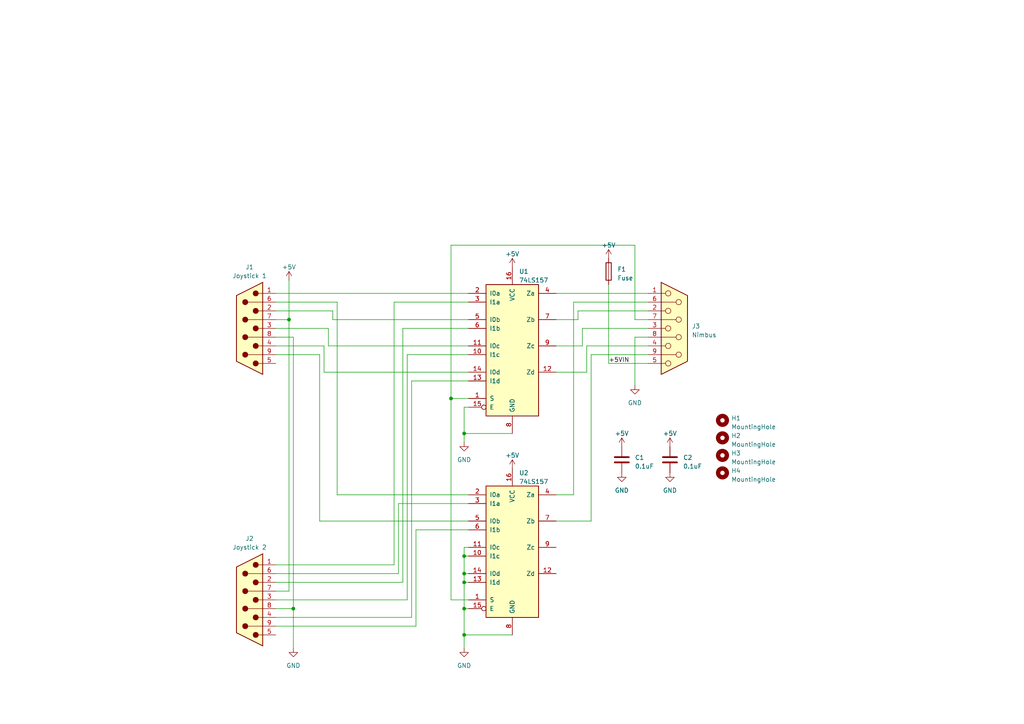
<source format=kicad_sch>
(kicad_sch (version 20230121) (generator eeschema)
  (paper "A4")
  (lib_symbols
    (symbol "74xx:74LS157" (pin_names (offset 1.016))
      (property "Reference" "U" (at -7.62 19.05 0))
      (property "Value" "74LS157" (at -7.62 -21.59 0))
      (symbol "74LS157_1_0"
        (pin input line (at -12.7 -15.24 0) (length 5.08) (name "S") (number "1"))
        (pin input line (at -12.7 -2.54 0) (length 5.08) (name "I1c") (number "10"))
        (pin input line (at -12.7 0 0) (length 5.08) (name "I0c") (number "11"))
        (pin output line (at 12.7 -7.62 180) (length 5.08) (name "Zd") (number "12"))
        (pin input line (at -12.7 -10.16 0) (length 5.08) (name "I1d") (number "13"))
        (pin input line (at -12.7 -7.62 0) (length 5.08) (name "I0d") (number "14"))
        (pin input inverted (at -12.7 -17.78 0) (length 5.08) (name "E") (number "15"))
        (pin power_in line (at 0 22.86 270) (length 5.08) (name "VCC") (number "16"))
        (pin input line (at -12.7 15.24 0) (length 5.08) (name "I0a") (number "2"))
        (pin input line (at -12.7 12.7 0) (length 5.08) (name "I1a") (number "3"))
        (pin output line (at 12.7 15.24 180) (length 5.08) (name "Za") (number "4"))
        (pin input line (at -12.7 7.62 0) (length 5.08) (name "I0b") (number "5"))
        (pin input line (at -12.7 5.08 0) (length 5.08) (name "I1b") (number "6"))
        (pin output line (at 12.7 7.62 180) (length 5.08) (name "Zb") (number "7"))
        (pin power_in line (at 0 -25.4 90) (length 5.08) (name "GND") (number "8"))
        (pin output line (at 12.7 0 180) (length 5.08) (name "Zc") (number "9"))
      )
      (symbol "74LS157_1_1"
        (rectangle (start -7.62 17.78) (end 7.62 -20.32) (stroke (width 0.254)) (fill (type background)))
      )
    )
    (symbol "Connector:DE9_Plug" (pin_names (offset 1.016) hide)
      (property "Reference" "J" (at 0 13.97 0))
      (property "Value" "DE9_Plug" (at 0 -14.605 0))
      (symbol "DE9_Plug_0_1"
        (circle (center -1.778 -10.16) (radius 0.762) (fill (type outline)))
        (circle (center -1.778 -5.08) (radius 0.762) (fill (type outline)))
        (circle (center -1.778 0) (radius 0.762) (fill (type outline)))
        (circle (center -1.778 5.08) (radius 0.762) (fill (type outline)))
        (circle (center -1.778 10.16) (radius 0.762) (fill (type outline)))
        (polyline (pts (xy -3.81 -10.16) (xy -2.54 -10.16)))
        (polyline (pts (xy -3.81 -7.62) (xy 0.508 -7.62)))
        (polyline (pts (xy -3.81 -5.08) (xy -2.54 -5.08)))
        (polyline (pts (xy -3.81 -2.54) (xy 0.508 -2.54)))
        (polyline (pts (xy -3.81 0) (xy -2.54 0)))
        (polyline (pts (xy -3.81 2.54) (xy 0.508 2.54)))
        (polyline (pts (xy -3.81 5.08) (xy -2.54 5.08)))
        (polyline (pts (xy -3.81 7.62) (xy 0.508 7.62)))
        (polyline (pts (xy -3.81 10.16) (xy -2.54 10.16)))
        (polyline (pts (xy -3.81 -13.335) (xy -3.81 13.335) (xy 3.81 9.525) (xy 3.81 -9.525) (xy -3.81 -13.335)) (stroke (width 0.254)) (fill (type background)))
        (circle (center 1.27 -7.62) (radius 0.762) (fill (type outline)))
        (circle (center 1.27 -2.54) (radius 0.762) (fill (type outline)))
        (circle (center 1.27 2.54) (radius 0.762) (fill (type outline)))
        (circle (center 1.27 7.62) (radius 0.762) (fill (type outline)))
      )
      (symbol "DE9_Plug_1_1"
        (pin passive line (at -7.62 -10.16 0) (length 3.81) (name "1") (number "1"))
        (pin passive line (at -7.62 -5.08 0) (length 3.81) (name "2") (number "2"))
        (pin passive line (at -7.62 0 0) (length 3.81) (name "3") (number "3"))
        (pin passive line (at -7.62 5.08 0) (length 3.81) (name "4") (number "4"))
        (pin passive line (at -7.62 10.16 0) (length 3.81) (name "5") (number "5"))
        (pin passive line (at -7.62 -7.62 0) (length 3.81) (name "6") (number "6"))
        (pin passive line (at -7.62 -2.54 0) (length 3.81) (name "7") (number "7"))
        (pin passive line (at -7.62 2.54 0) (length 3.81) (name "8") (number "8"))
        (pin passive line (at -7.62 7.62 0) (length 3.81) (name "9") (number "9"))
      )
    )
    (symbol "Connector:DE9_Receptacle" (pin_names (offset 1.016) hide)
      (property "Reference" "J" (at 0 13.97 0))
      (property "Value" "DE9_Receptacle" (at 0 -14.605 0))
      (symbol "DE9_Receptacle_0_1"
        (circle (center -1.778 -10.16) (radius 0.762))
        (circle (center -1.778 -5.08) (radius 0.762))
        (circle (center -1.778 0) (radius 0.762))
        (circle (center -1.778 5.08) (radius 0.762))
        (circle (center -1.778 10.16) (radius 0.762))
        (polyline (pts (xy -3.81 -10.16) (xy -2.54 -10.16)))
        (polyline (pts (xy -3.81 -7.62) (xy 0.508 -7.62)))
        (polyline (pts (xy -3.81 -5.08) (xy -2.54 -5.08)))
        (polyline (pts (xy -3.81 -2.54) (xy 0.508 -2.54)))
        (polyline (pts (xy -3.81 0) (xy -2.54 0)))
        (polyline (pts (xy -3.81 2.54) (xy 0.508 2.54)))
        (polyline (pts (xy -3.81 5.08) (xy -2.54 5.08)))
        (polyline (pts (xy -3.81 7.62) (xy 0.508 7.62)))
        (polyline (pts (xy -3.81 10.16) (xy -2.54 10.16)))
        (polyline (pts (xy -3.81 13.335) (xy -3.81 -13.335) (xy 3.81 -9.525) (xy 3.81 9.525) (xy -3.81 13.335)) (stroke (width 0.254)) (fill (type background)))
        (circle (center 1.27 -7.62) (radius 0.762))
        (circle (center 1.27 -2.54) (radius 0.762))
        (circle (center 1.27 2.54) (radius 0.762))
        (circle (center 1.27 7.62) (radius 0.762))
      )
      (symbol "DE9_Receptacle_1_1"
        (pin passive line (at -7.62 10.16 0) (length 3.81) (name "1") (number "1"))
        (pin passive line (at -7.62 5.08 0) (length 3.81) (name "2") (number "2"))
        (pin passive line (at -7.62 0 0) (length 3.81) (name "3") (number "3"))
        (pin passive line (at -7.62 -5.08 0) (length 3.81) (name "4") (number "4"))
        (pin passive line (at -7.62 -10.16 0) (length 3.81) (name "5") (number "5"))
        (pin passive line (at -7.62 7.62 0) (length 3.81) (name "6") (number "6"))
        (pin passive line (at -7.62 2.54 0) (length 3.81) (name "7") (number "7"))
        (pin passive line (at -7.62 -2.54 0) (length 3.81) (name "8") (number "8"))
        (pin passive line (at -7.62 -7.62 0) (length 3.81) (name "9") (number "9"))
      )
    )
    (symbol "Device:C" (pin_numbers hide) (pin_names (offset 0.254))
      (property "Reference" "C" (at 0.635 2.54 0))
      (property "Value" "C" (at 0.635 -2.54 0))
      (symbol "C_0_1"
        (polyline (pts (xy -2.032 -0.762) (xy 2.032 -0.762)) (stroke (width 0.508)))
        (polyline (pts (xy -2.032 0.762) (xy 2.032 0.762)) (stroke (width 0.508)))
      )
      (symbol "C_1_1"
        (pin passive line (at 0 3.81 270) (length 2.794) (name "~") (number "1"))
        (pin passive line (at 0 -3.81 90) (length 2.794) (name "~") (number "2"))
      )
    )
    (symbol "Device:Fuse" (pin_numbers hide) (pin_names (offset 0))
      (property "Reference" "F" (at 2.032 0 90))
      (property "Value" "Fuse" (at -1.905 0 90))
      (symbol "Fuse_0_1"
        (rectangle (start -0.762 -2.54) (end 0.762 2.54) (stroke (width 0.254)))
        (polyline (pts (xy 0 2.54) (xy 0 -2.54)))
      )
      (symbol "Fuse_1_1"
        (pin passive line (at 0 3.81 270) (length 1.27) (name "~") (number "1"))
        (pin passive line (at 0 -3.81 90) (length 1.27) (name "~") (number "2"))
      )
    )
    (symbol "Mechanical:MountingHole" (pin_names (offset 1.016))
      (property "Reference" "H" (at 0 5.08 0))
      (property "Value" "MountingHole" (at 0 3.175 0))
      (symbol "MountingHole_0_1"
        (circle (center 0 0) (radius 1.27) (stroke (width 1.27)))
      )
    )
    (symbol "power:+5V" (power) (pin_names (offset 0))
      (property "Value" "+5V" (at 0 3.556 0))
      (symbol "+5V_0_1"
        (polyline (pts (xy -0.762 1.27) (xy 0 2.54)))
        (polyline (pts (xy 0 0) (xy 0 2.54)))
        (polyline (pts (xy 0 2.54) (xy 0.762 1.27)))
      )
      (symbol "+5V_1_1"
        (pin power_in line (at 0 0 90) (length 0) hide (name "+5V") (number "1"))
      )
    )
    (symbol "power:GND" (power) (pin_names (offset 0))
      (property "Value" "GND" (at 0 -3.81 0))
      (symbol "GND_0_1"
        (polyline (pts (xy 0 0) (xy 0 -1.27) (xy 1.27 -1.27) (xy 0 -2.54) (xy -1.27 -1.27) (xy 0 -1.27)))
      )
      (symbol "GND_1_1"
        (pin power_in line (at 0 0 270) (length 0) hide (name "GND") (number "1"))
      )
    )
  )
  (junction (at 134.62 168.91))
  (junction (at 85.09 176.53))
  (junction (at 130.81 115.57))
  (junction (at 134.62 166.37))
  (junction (at 83.82 92.71))
  (junction (at 134.62 161.29))
  (junction (at 134.62 125.73))
  (junction (at 134.62 184.15))
  (junction (at 134.62 176.53))
  (wire (pts (xy 96.52 92.71) (xy 96.52 90.17)))
  (wire (pts (xy 80.01 90.17) (xy 96.52 90.17)))
  (wire (pts (xy 187.96 105.41) (xy 176.53 105.41)))
  (wire (pts (xy 134.62 161.29) (xy 135.89 161.29)))
  (wire (pts (xy 134.62 184.15) (xy 134.62 187.96)))
  (wire (pts (xy 161.29 107.95) (xy 170.18 107.95)))
  (wire (pts (xy 134.62 166.37) (xy 134.62 168.91)))
  (wire (pts (xy 80.01 95.25) (xy 95.25 95.25)))
  (wire (pts (xy 80.01 176.53) (xy 85.09 176.53)))
  (wire (pts (xy 134.62 118.11) (xy 135.89 118.11)))
  (wire (pts (xy 120.65 181.61) (xy 120.65 153.67)))
  (wire (pts (xy 171.45 151.13) (xy 161.29 151.13)))
  (wire (pts (xy 120.65 153.67) (xy 135.89 153.67)))
  (wire (pts (xy 135.89 92.71) (xy 96.52 92.71)))
  (wire (pts (xy 184.15 71.12) (xy 130.81 71.12)))
  (wire (pts (xy 85.09 176.53) (xy 85.09 187.96)))
  (wire (pts (xy 80.01 173.99) (xy 118.11 173.99)))
  (wire (pts (xy 176.53 82.55) (xy 176.53 105.41)))
  (wire (pts (xy 114.3 163.83) (xy 114.3 87.63)))
  (wire (pts (xy 135.89 158.75) (xy 134.62 158.75)))
  (wire (pts (xy 134.62 158.75) (xy 134.62 161.29)))
  (wire (pts (xy 80.01 87.63) (xy 97.79 87.63)))
  (wire (pts (xy 134.62 125.73) (xy 134.62 118.11)))
  (wire (pts (xy 171.45 102.87) (xy 171.45 151.13)))
  (wire (pts (xy 119.38 110.49) (xy 119.38 179.07)))
  (wire (pts (xy 80.01 97.79) (xy 85.09 97.79)))
  (wire (pts (xy 118.11 102.87) (xy 135.89 102.87)))
  (wire (pts (xy 116.84 95.25) (xy 135.89 95.25)))
  (wire (pts (xy 187.96 102.87) (xy 171.45 102.87)))
  (wire (pts (xy 134.62 128.27) (xy 134.62 125.73)))
  (wire (pts (xy 184.15 97.79) (xy 184.15 111.76)))
  (wire (pts (xy 134.62 161.29) (xy 134.62 166.37)))
  (wire (pts (xy 130.81 173.99) (xy 135.89 173.99)))
  (wire (pts (xy 118.11 173.99) (xy 118.11 102.87)))
  (wire (pts (xy 114.3 87.63) (xy 135.89 87.63)))
  (wire (pts (xy 184.15 92.71) (xy 184.15 71.12)))
  (wire (pts (xy 80.01 181.61) (xy 120.65 181.61)))
  (wire (pts (xy 83.82 171.45) (xy 83.82 92.71)))
  (wire (pts (xy 134.62 166.37) (xy 135.89 166.37)))
  (wire (pts (xy 166.37 143.51) (xy 166.37 87.63)))
  (wire (pts (xy 161.29 85.09) (xy 187.96 85.09)))
  (wire (pts (xy 167.64 90.17) (xy 167.64 92.71)))
  (wire (pts (xy 134.62 168.91) (xy 135.89 168.91)))
  (wire (pts (xy 168.91 95.25) (xy 168.91 100.33)))
  (wire (pts (xy 92.71 151.13) (xy 135.89 151.13)))
  (wire (pts (xy 116.84 95.25) (xy 116.84 168.91)))
  (wire (pts (xy 97.79 143.51) (xy 135.89 143.51)))
  (wire (pts (xy 134.62 125.73) (xy 148.59 125.73)))
  (wire (pts (xy 119.38 110.49) (xy 135.89 110.49)))
  (wire (pts (xy 167.64 90.17) (xy 187.96 90.17)))
  (wire (pts (xy 161.29 143.51) (xy 166.37 143.51)))
  (wire (pts (xy 168.91 95.25) (xy 187.96 95.25)))
  (wire (pts (xy 134.62 168.91) (xy 134.62 176.53)))
  (wire (pts (xy 80.01 163.83) (xy 114.3 163.83)))
  (wire (pts (xy 83.82 81.28) (xy 83.82 92.71)))
  (wire (pts (xy 161.29 100.33) (xy 168.91 100.33)))
  (wire (pts (xy 134.62 176.53) (xy 134.62 184.15)))
  (wire (pts (xy 95.25 95.25) (xy 95.25 100.33)))
  (wire (pts (xy 115.57 166.37) (xy 115.57 146.05)))
  (wire (pts (xy 80.01 171.45) (xy 83.82 171.45)))
  (wire (pts (xy 80.01 85.09) (xy 135.89 85.09)))
  (wire (pts (xy 130.81 115.57) (xy 130.81 173.99)))
  (wire (pts (xy 170.18 100.33) (xy 187.96 100.33)))
  (wire (pts (xy 80.01 166.37) (xy 115.57 166.37)))
  (wire (pts (xy 115.57 146.05) (xy 135.89 146.05)))
  (wire (pts (xy 130.81 71.12) (xy 130.81 115.57)))
  (wire (pts (xy 80.01 102.87) (xy 92.71 102.87)))
  (wire (pts (xy 134.62 184.15) (xy 148.59 184.15)))
  (wire (pts (xy 130.81 115.57) (xy 135.89 115.57)))
  (wire (pts (xy 95.25 100.33) (xy 135.89 100.33)))
  (wire (pts (xy 170.18 107.95) (xy 170.18 100.33)))
  (wire (pts (xy 92.71 102.87) (xy 92.71 151.13)))
  (wire (pts (xy 93.98 100.33) (xy 80.01 100.33)))
  (wire (pts (xy 80.01 92.71) (xy 83.82 92.71)))
  (wire (pts (xy 97.79 87.63) (xy 97.79 143.51)))
  (wire (pts (xy 166.37 87.63) (xy 187.96 87.63)))
  (wire (pts (xy 134.62 176.53) (xy 135.89 176.53)))
  (wire (pts (xy 135.89 107.95) (xy 93.98 107.95)))
  (wire (pts (xy 85.09 97.79) (xy 85.09 176.53)))
  (wire (pts (xy 187.96 97.79) (xy 184.15 97.79)))
  (wire (pts (xy 187.96 92.71) (xy 184.15 92.71)))
  (wire (pts (xy 161.29 92.71) (xy 167.64 92.71)))
  (wire (pts (xy 93.98 107.95) (xy 93.98 100.33)))
  (wire (pts (xy 80.01 179.07) (xy 119.38 179.07)))
  (wire (pts (xy 116.84 168.91) (xy 80.01 168.91)))
  (label "+5VIN" (at 176.53 105.41 0))
  (symbol (lib_id "power:GND") (at 85.09 187.96 0) (unit 1)
    (property "Reference" "#PWR08" (effects hide))
    (property "Value" "GND" (at 85.09 193.04 0))
  )
  (symbol (lib_id "Mechanical:MountingHole") (at 209.55 127 0) (unit 1)
    (property "Reference" "H2" (at 212.09 126.365 0) (effects (justify left)))
    (property "Value" "MountingHole" (at 212.09 128.905 0) (effects (justify left)))
    (property "Footprint" "MountingHole:MountingHole_3.2mm_M3" (effects hide))
  )
  (symbol (lib_id "Connector:DE9_Receptacle") (at 195.58 95.25 0) (unit 1)
    (property "Reference" "J3" (at 200.66 94.615 0) (effects (justify left)))
    (property "Value" "Nimbus" (at 200.66 97.155 0) (effects (justify left)))
    (property "Footprint" "Connector_Dsub:DSUB-9_Female_Horizontal_P2.77x2.84mm_EdgePinOffset9.40mm" (effects hide))
    (property "Datasheet" " ~" (effects hide))
  )
  (symbol (lib_id "power:+5V") (at 148.59 135.89 0) (unit 1)
    (property "Reference" "#PWR03" (effects hide))
    (property "Value" "+5V" (at 148.59 132.08 0))
  )
  (symbol (lib_id "power:GND") (at 184.15 111.76 0) (unit 1)
    (property "Reference" "#PWR07" (effects hide))
    (property "Value" "GND" (at 184.15 116.84 0))
  )
  (symbol (lib_id "Mechanical:MountingHole") (at 209.55 132.08 0) (unit 1)
    (property "Reference" "H3" (at 212.09 131.445 0) (effects (justify left)))
    (property "Value" "MountingHole" (at 212.09 133.985 0) (effects (justify left)))
    (property "Footprint" "MountingHole:MountingHole_3.2mm_M3" (effects hide))
  )
  (symbol (lib_id "power:GND") (at 180.34 137.16 0) (unit 1)
    (property "Reference" "#PWR04" (effects hide))
    (property "Value" "GND" (at 180.34 142.24 0))
  )
  (symbol (lib_id "Device:C") (at 180.34 133.35 0) (unit 1)
    (property "Reference" "C1" (at 184.15 132.715 0) (effects (justify left)))
    (property "Value" "0.1uF" (at 184.15 135.255 0) (effects (justify left)))
    (property "Footprint" "Capacitor_THT:C_Disc_D4.3mm_W1.9mm_P5.00mm" (effects hide))
  )
  (symbol (lib_id "power:GND") (at 134.62 187.96 0) (unit 1)
    (property "Reference" "#PWR06" (effects hide))
    (property "Value" "GND" (at 134.62 193.04 0))
  )
  (symbol (lib_id "74xx:74LS157") (at 148.59 100.33 0) (unit 1)
    (property "Reference" "U1" (at 150.5459 78.74 0) (effects (justify left)))
    (property "Value" "74LS157" (at 150.5459 81.28 0) (effects (justify left)))
    (property "Footprint" "Package_DIP:DIP-16_W7.62mm_Socket" (effects hide))
    (property "Datasheet" "http://www.ti.com/lit/gpn/sn74LS157" (effects hide))
  )
  (symbol (lib_id "74xx:74LS157") (at 148.59 158.75 0) (unit 1)
    (property "Reference" "U2" (at 150.5459 137.16 0) (effects (justify left)))
    (property "Value" "74LS157" (at 150.5459 139.7 0) (effects (justify left)))
    (property "Footprint" "Package_DIP:DIP-16_W7.62mm_Socket" (effects hide))
    (property "Datasheet" "http://www.ti.com/lit/gpn/sn74LS157" (effects hide))
  )
  (symbol (lib_id "power:+5V") (at 194.31 129.54 0) (unit 1)
    (property "Reference" "#PWR012" (effects hide))
    (property "Value" "+5V" (at 194.31 125.73 0))
  )
  (symbol (lib_id "Connector:DE9_Plug") (at 72.39 95.25 180) (unit 1)
    (property "Reference" "J1" (at 72.39 77.47 0))
    (property "Value" "Joystick 1" (at 72.39 80.01 0))
    (property "Footprint" "Connector_Dsub:DSUB-9_Male_EdgeMount_P2.77mm" (effects hide))
    (property "Datasheet" " ~" (effects hide))
  )
  (symbol (lib_id "power:+5V") (at 83.82 81.28 0) (unit 1)
    (property "Reference" "#PWR010" (effects hide))
    (property "Value" "+5V" (at 83.82 77.47 0))
  )
  (symbol (lib_id "power:+5V") (at 176.53 74.93 0) (unit 1)
    (property "Reference" "#PWR09" (effects hide))
    (property "Value" "+5V" (at 176.53 71.12 0))
  )
  (symbol (lib_id "Device:C") (at 194.31 133.35 0) (unit 1)
    (property "Reference" "C2" (at 198.12 132.715 0) (effects (justify left)))
    (property "Value" "0.1uF" (at 198.12 135.255 0) (effects (justify left)))
    (property "Footprint" "Capacitor_THT:C_Disc_D4.3mm_W1.9mm_P5.00mm" (effects hide))
  )
  (symbol (lib_id "power:+5V") (at 148.59 77.47 0) (unit 1)
    (property "Reference" "#PWR01" (effects hide))
    (property "Value" "+5V" (at 148.59 73.66 0))
  )
  (symbol (lib_id "power:+5V") (at 180.34 129.54 0) (unit 1)
    (property "Reference" "#PWR011" (effects hide))
    (property "Value" "+5V" (at 180.34 125.73 0))
  )
  (symbol (lib_id "power:GND") (at 134.62 128.27 0) (unit 1)
    (property "Reference" "#PWR02" (effects hide))
    (property "Value" "GND" (at 134.62 133.35 0))
  )
  (symbol (lib_id "Connector:DE9_Plug") (at 72.39 173.99 180) (unit 1)
    (property "Reference" "J2" (at 72.39 156.21 0))
    (property "Value" "Joystick 2" (at 72.39 158.75 0))
    (property "Footprint" "Connector_Dsub:DSUB-9_Male_EdgeMount_P2.77mm" (effects hide))
    (property "Datasheet" " ~" (effects hide))
  )
  (symbol (lib_id "power:GND") (at 194.31 137.16 0) (unit 1)
    (property "Reference" "#PWR05" (effects hide))
    (property "Value" "GND" (at 194.31 142.24 0))
  )
  (symbol (lib_id "Mechanical:MountingHole") (at 209.55 137.16 0) (unit 1)
    (property "Reference" "H4" (at 212.09 136.525 0) (effects (justify left)))
    (property "Value" "MountingHole" (at 212.09 139.065 0) (effects (justify left)))
    (property "Footprint" "MountingHole:MountingHole_3.2mm_M3" (effects hide))
  )
  (symbol (lib_id "Device:Fuse") (at 176.53 78.74 0) (unit 1)
    (property "Reference" "F1" (at 179.07 78.105 0) (effects (justify left)))
    (property "Value" "Fuse" (at 179.07 80.645 0) (effects (justify left)))
    (property "Footprint" "Fuse:Fuse_Littelfuse_395Series" (effects hide))
  )
  (symbol (lib_id "Mechanical:MountingHole") (at 209.55 121.92 0) (unit 1)
    (property "Reference" "H1" (at 212.09 121.285 0) (effects (justify left)))
    (property "Value" "MountingHole" (at 212.09 123.825 0) (effects (justify left)))
    (property "Footprint" "MountingHole:MountingHole_3.2mm_M3" (effects hide))
  )
)
</source>
